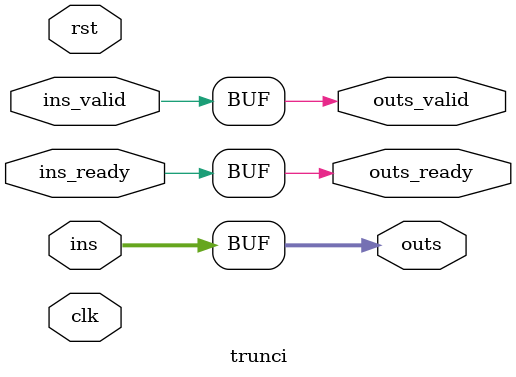
<source format=v>
module trunci #(
  parameter INPUT_WIDTH = 32,
  parameter OUTPUT_WIDTH = 32
)(
  // inputs
  input  clk,
  input  rst,
  input  [INPUT_WIDTH - 1 : 0] ins,
  input  ins_valid,
  input  ins_ready,
  // outputs
  output [OUTPUT_WIDTH - 1 : 0] outs,
  output outs_valid,
  output outs_ready
);

  assign outs = ins[OUTPUT_WIDTH - 1 : 0];
  assign outs_valid = ins_valid;
  assign ins_ready = outs_ready;

endmodule
</source>
